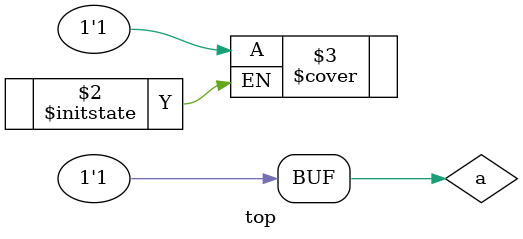
<source format=sv>
/*
:name: cover_test
:description: cover test
:should_fail: 0
:tags: 16.2
*/
module top();

logic a = 1;

initial cover (a != 0);

endmodule

</source>
